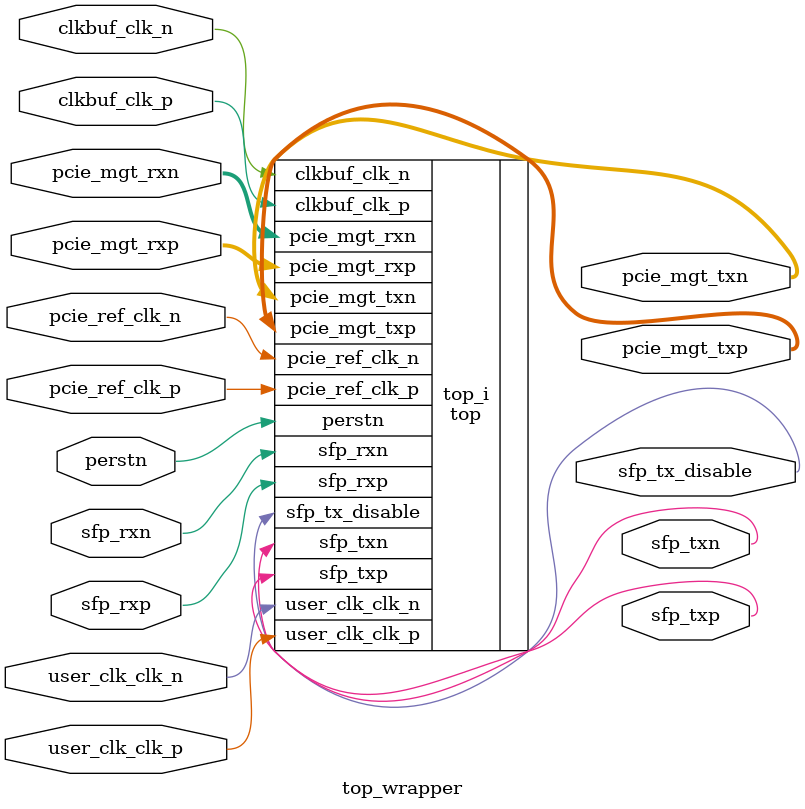
<source format=v>
`timescale 1 ps / 1 ps

module top_wrapper
   (clkbuf_clk_n,
    clkbuf_clk_p,
    pcie_mgt_rxn,
    pcie_mgt_rxp,
    pcie_mgt_txn,
    pcie_mgt_txp,
    pcie_ref_clk_n,
    pcie_ref_clk_p,
    perstn,
    sfp_rxn,
    sfp_rxp,
    sfp_tx_disable,
    sfp_txn,
    sfp_txp,
    user_clk_clk_n,
    user_clk_clk_p);
  input [0:0]clkbuf_clk_n;
  input [0:0]clkbuf_clk_p;
  input [3:0]pcie_mgt_rxn;
  input [3:0]pcie_mgt_rxp;
  output [3:0]pcie_mgt_txn;
  output [3:0]pcie_mgt_txp;
  input [0:0]pcie_ref_clk_n;
  input [0:0]pcie_ref_clk_p;
  input perstn;
  input sfp_rxn;
  input sfp_rxp;
  output sfp_tx_disable;
  output sfp_txn;
  output sfp_txp;
  input [0:0]user_clk_clk_n;
  input [0:0]user_clk_clk_p;

  wire [0:0]clkbuf_clk_n;
  wire [0:0]clkbuf_clk_p;
  wire [3:0]pcie_mgt_rxn;
  wire [3:0]pcie_mgt_rxp;
  wire [3:0]pcie_mgt_txn;
  wire [3:0]pcie_mgt_txp;
  wire [0:0]pcie_ref_clk_n;
  wire [0:0]pcie_ref_clk_p;
  wire perstn;
  wire sfp_rxn;
  wire sfp_rxp;
  wire sfp_tx_disable;
  wire sfp_txn;
  wire sfp_txp;
  wire [0:0]user_clk_clk_n;
  wire [0:0]user_clk_clk_p;

  top top_i
       (.clkbuf_clk_n(clkbuf_clk_n),
        .clkbuf_clk_p(clkbuf_clk_p),
        .pcie_mgt_rxn(pcie_mgt_rxn),
        .pcie_mgt_rxp(pcie_mgt_rxp),
        .pcie_mgt_txn(pcie_mgt_txn),
        .pcie_mgt_txp(pcie_mgt_txp),
        .pcie_ref_clk_n(pcie_ref_clk_n),
        .pcie_ref_clk_p(pcie_ref_clk_p),
        .perstn(perstn),
        .sfp_rxn(sfp_rxn),
        .sfp_rxp(sfp_rxp),
        .sfp_tx_disable(sfp_tx_disable),
        .sfp_txn(sfp_txn),
        .sfp_txp(sfp_txp),
        .user_clk_clk_n(user_clk_clk_n),
        .user_clk_clk_p(user_clk_clk_p));
endmodule

</source>
